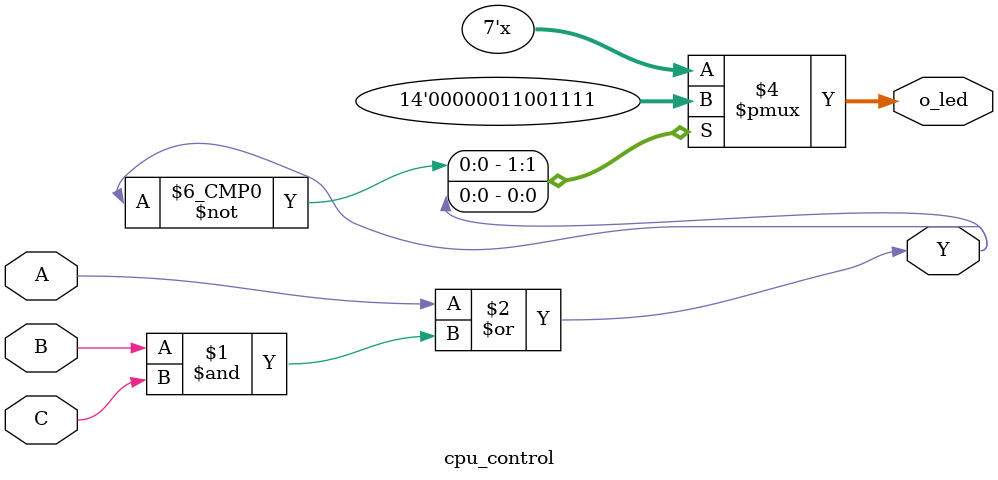
<source format=v>
/*Inputs:-
A => Read operation
B => write operation
C => interrupt
Output
Y=> 1, if A=1 or B=1 and C=1
    0, otherwise*/

module cpu_control (o_led,Y,A,B,C);
input A,B,C;
output Y;
output reg [0:6]o_led;


assign Y = A | (B & C);
always@(Y)
begin
case(Y)

0:o_led=7'b0000001;
1:o_led=7'b1001111;
endcase
end
endmodule
</source>
